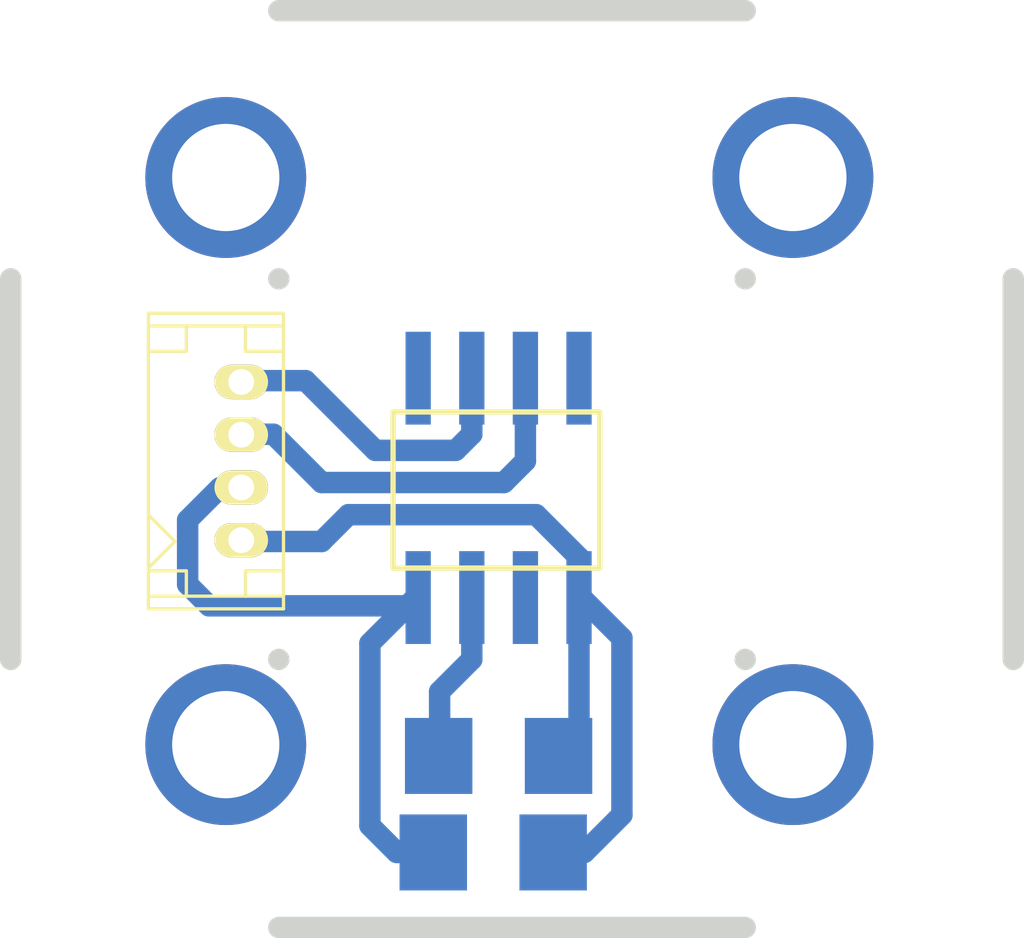
<source format=kicad_pcb>
(kicad_pcb (version 4) (host json2kicad_pcb "2020-09-23 13:36:35")

  (general
    (links 0)
    (no_connects 0)
    (area -90.043 -43.18 9.4996 9.4996)
    (thickness 1.6002)
    (drawings 0)
    (tracks 34)
    (zones 0)
    (modules 5)
    (nets 167)
  )

  (page A3)
  (title_block
    (date "30 dec 2015")
  )

  (layers
  (0 B.Cu signal)
  (1 Inner1.Cu signal)
  (2 Inner2.Cu signal)
  (15 F.Cu signal)
  (20 B.SilkS user)
  (21 F.SilkS user)
  (22 B.Paste user)
  (23 F.Paste user)
  (24 Dwgs.User user)
  (25 Cmts.User user)
  (26 Eco1.User user)
  (27 Eco2.User user)
  (28 Edge.Cuts user)
  (31 B.Cu signal)
  (32 B.Adhes user)
  (33 F.Adhes user)
  (34 B.Paste user)
  (35 F.Paste user)
  (36 B.SilkS user)
  (37 F.SilkS user)
  (38 B.Mask user)
  (39 F.Mask user)
  (40 Dwgs.User user)
  (41 Cmts.User user)
  (42 Eco1.User user)
  (43 Eco2.User user)
  (44 Edge.Cuts user)
  )

  (setup
(last_trace_width 0.254)
    (trace_clearance 0.254)
    (zone_clearance 0.508)
    (zone_45_only no)
    (trace_min 0.254)
    (segment_width 0.2)
    (edge_width 0.1)
    (via_size 1.19888)
    (via_drill 0.635)
    (via_min_size 0.889)
    (via_min_drill 0.508)
    (uvia_size 0.508)
    (uvia_drill 0.127)
    (uvias_allowed no)
    (uvia_min_size 0.508)
    (uvia_min_drill 0.127)
    (pcb_text_width 0.3)
    (pcb_text_size 1.5 1.5)
    (mod_edge_width 0.15)
    (mod_text_size 1 1)
    (mod_text_width 0.15)
    (pad_size 1.5 1.5)
    (pad_drill 0.6)
    (pad_to_mask_clearance 0)
    (aux_axis_origin 0 0)
    (visible_elements 7FFFFFFF)
    (pcbplotparams
      (layerselection 0x00030_80000001)
      (usegerberextensions true)
      (excludeedgelayer true)
      (linewidth 0.150000)
      (plotframeref false)
      (viasonmask false)
      (mode 1)
      (useauxorigin false)
      (hpglpennumber 1)
      (hpglpenspeed 20)
      (hpglpendiameter 15)
      (hpglpenoverlay 2)
      (psnegative false)
      (psa4output false)
      (plotreference true)
      (plotvalue true)
      (plotinvisibletext false)
      (padsonsilk false)
      (subtractmaskfromsilk false)
      (outputformat 1)
      (mirror false)
      (drillshape 1)
      (scaleselection 1)
      (outputdirectory ""))
  )

  (net 0 "")
  (net 1 "N-00001")
  (net 2 "N-00002")
  (net 3 "N-00003")
  (net 4 "N-00004")
  (net 5 "N-00005")
  (net 6 "N-00006")
  (net 7 "N-00007")
  (net 8 "N-00008")
  (net 9 "N-00009")
  (net 10 "N-00010")
  (net 11 "N-00011")
  (net 12 "N-00012")
  (net 13 "N-00013")
  (net 14 "N-00014")
  (net 15 "N-00015")
  (net 16 "N-00016")
  (net 17 "N-00017")
  (net 18 "N-00018")
  (net 19 "N-00019")
  (net 20 "N-00020")
  (net 21 "N-00021")
  (net 22 "N-00022")
  (net 23 "N-00023")
  (net 24 "N-00024")
  (net 25 "N-00025")
  (net 26 "N-00026")
  (net 27 "N-00027")
  (net 28 "N-00028")
  (net 29 "N-00029")
  (net 30 "N-00030")
  (net 31 "N-00031")
  (net 32 "N-00032")
  (net 33 "N-00033")
  (net 34 "N-00034")
  (net 35 "N-00035")
  (net 36 "N-00036")
  (net 37 "N-00037")
  (net 38 "N-00038")
  (net 39 "N-00039")
  (net 40 "N-00040")
  (net 41 "N-00041")
  (net 42 "N-00042")
  (net 43 "N-00043")
  (net 44 "N-00044")
  (net 45 "N-00045")
  (net 46 "N-00046")
  (net 47 "N-00047")
  (net 48 "N-00048")
  (net 49 "N-00049")
  (net 50 "N-00050")
  (net 51 "N-00051")
  (net 52 "N-00052")
  (net 82 "N-00082")
  (net 80 "N-00080")
  (net 55 "N-00055")
  (net 56 "N-00056")
  (net 57 "N-00057")
  (net 58 "N-00058")
  (net 59 "N-00059")
  (net 60 "N-00060")
  (net 61 "N-00061")
  (net 62 "N-00062")
  (net 63 "N-00063")
  (net 64 "N-00064")
  (net 65 "N-00065")
  (net 66 "N-00066")
  (net 67 "N-00067")
  (net 68 "N-00068")
  (net 81 "N-00081")
  (net 70 "N-00070")
  (net 71 "N-00071")
  (net 72 "N-00072")
  (net 73 "N-00073")
  (net 74 "N-00074")
  (net 75 "N-00075")
  (net 76 "N-00076")
  (net 77 "N-00077")
  (net 78 "N-00078")
  (net 79 "N-00079")
  (net 83 "N-00083")
  (net 84 "N-00084")
  (net 85 "N-00085")
  (net 86 "N-00086")
  (net 87 "N-00087")
  (net 88 "N-00088")
  (net 89 "N-00089")
  (net 90 "N-00090")
  (net 91 "N-00091")
  (net 92 "N-00092")
  (net 93 "N-00093")
  (net 94 "N-00094")
  (net 95 "N-00095")
  (net 96 "N-00096")
  (net 97 "N-00097")
  (net 98 "N-00098")
  (net 99 "N-00099")
  (net 100 "N-00100")
  (net 101 "N-00101")
  (net 102 "N-00102")
  (net 103 "N-00103")
  (net 104 "N-00104")
  (net 105 "N-00105")
  (net 106 "N-00106")
  (net 107 "N-00107")
  (net 108 "N-00108")
  (net 109 "N-00109")
  (net 110 "N-00110")
  (net 111 "N-00111")
  (net 112 "N-00112")
  (net 113 "N-00113")
  (net 114 "N-00114")
  (net 115 "N-00115")
  (net 116 "N-00116")
  (net 117 "N-00117")
  (net 118 "N-00118")
  (net 119 "N-00119")
  (net 120 "N-00120")
  (net 121 "N-00121")
  (net 122 "N-00122")
  (net 123 "N-00123")
  (net 124 "N-00124")
  (net 125 "N-00125")
  (net 126 "N-00126")
  (net 127 "N-00127")
  (net 128 "N-00128")
  (net 129 "N-00129")
  (net 130 "N-00130")
  (net 131 "N-00131")
  (net 132 "N-00132")
  (net 133 "N-00133")
  (net 134 "N-00134")
  (net 135 "N-00135")
  (net 136 "N-00136")
  (net 137 "N-00137")
  (net 138 "N-00138")
  (net 139 "N-00139")
  (net 140 "N-00140")
  (net 141 "N-00141")
  (net 142 "N-00142")
  (net 143 "N-00143")
  (net 144 "N-00144")
  (net 145 "N-00145")
  (net 146 "N-00146")
  (net 147 "N-00147")
  (net 148 "N-00148")
  (net 149 "N-00149")
  (net 150 "N-00150")
  (net 151 "N-00151")
  (net 152 "N-00152")
  (net 153 "N-00153")
  (net 154 "N-00154")
  (net 155 "N-00155")
  (net 156 "N-00156")
  (net 159 "N-00159")
  (net 160 "N-00160")
  (net 161 "N-00161")
  (net 162 "N-00162")
  (net 163 "N-00163")
  (net 164 "N-00164")
  (net 165 "N-00165")
  (net 166 "N-00166")
  (net 167 "N-00167")
  (net 168 "N-00168")
  (net 169 "N-00169")
  (net 170 "N-00170")
  (net 171 "N-00171")

  (net_class Default "This is the default net class."
    (via_dia 1.19888)
    (via_drill 0.635)
    (uvia_drill 0.127)
    (trace_width 0.254)
    (uvia_dia 0.508)
    (clearance 0.254)
    (add_net "")
    (add_net "N-00001")
    (add_net "N-00002")
    (add_net "N-00003")
    (add_net "N-00004")
    (add_net "N-00005")
    (add_net "N-00006")
    (add_net "N-00007")
    (add_net "N-00008")
    (add_net "N-00009")
    (add_net "N-00010")
    (add_net "N-00011")
    (add_net "N-00012")
    (add_net "N-00013")
    (add_net "N-00014")
    (add_net "N-00015")
    (add_net "N-00016")
    (add_net "N-00017")
    (add_net "N-00018")
    (add_net "N-00019")
    (add_net "N-00020")
    (add_net "N-00021")
    (add_net "N-00022")
    (add_net "N-00023")
    (add_net "N-00024")
    (add_net "N-00025")
    (add_net "N-00026")
    (add_net "N-00027")
    (add_net "N-00028")
    (add_net "N-00029")
    (add_net "N-00030")
    (add_net "N-00031")
    (add_net "N-00024")
    (add_net "N-00025")
    (add_net "N-00026")
    (add_net "N-00027")
    (add_net "N-00020")
    (add_net "N-00021")
    (add_net "N-00022")
    (add_net "N-00023")
    (add_net "N-00040")
    (add_net "N-00041")
    (add_net "N-00042")
    (add_net "N-00043")
    (add_net "N-00028")
    (add_net "N-00029")
    (add_net "N-00046")
    (add_net "N-00047")
    (add_net "N-00048")
    (add_net "")
    (add_net "N-00050")
    (add_net "N-00051")
    (add_net "N-00052")
    (add_net "N-00004")
    (add_net "N-00055")
    (add_net "N-00056")
    (add_net "N-00008")
    (add_net "N-00058")
    (add_net "N-00059")
    (add_net "N-00060")
    (add_net "N-00061")
    (add_net "N-00062")
    (add_net "N-00063")
    (add_net "N-00064")
    (add_net "N-00065")
    (add_net "N-00066")
    (add_net "N-00067")
    (add_net "N-00068")
    (add_net "N-00070")
    (add_net "N-00071")
    (add_net "N-00072")
    (add_net "N-00073")
    (add_net "N-00074")
    (add_net "N-00075")
    (add_net "N-00076")
    (add_net "N-00077")
    (add_net "N-00078")
    (add_net "N-00079")
    (add_net "N-00080")
    (add_net "N-00081")
    (add_net "N-00082")
    (add_net "N-00083")
    (add_net "N-00084")
    (add_net "N-00085")
    (add_net "N-00086")
    (add_net "N-00087")
    (add_net "N-00088")
    (add_net "N-00089")
    (add_net "N-00090")
    (add_net "N-00091")
    (add_net "N-00092")
    (add_net "N-00093")
    (add_net "N-00094")
    (add_net "N-00095")
    (add_net "N-00096")
    (add_net "N-00097")
    (add_net "N-00098")
    (add_net "N-00099")
    (add_net "N-00059")
    (add_net "N-00058")
    (add_net "N-00102")
    (add_net "N-00103")
    (add_net "N-00055")
    (add_net "N-00105")
    (add_net "N-00057")
    (add_net "N-00056")
    (add_net "N-00051")
    (add_net "N-00050")
    (add_net "N-00110")
    (add_net "N-00052")
    (add_net "N-00112")
    (add_net "N-00104")
    (add_net "N-00114")
    (add_net "N-00115")
    (add_net "N-00116")
    (add_net "N-00117")
    (add_net "N-00118")
    (add_net "N-00119")
    (add_net "N-00120")
    (add_net "N-00121")
    (add_net "N-00122")
    (add_net "N-00123")
    (add_net "N-00124")
    (add_net "N-00106")
    (add_net "N-00126")
    (add_net "N-00127")
    (add_net "N-00128")
    (add_net "N-00129")
    (add_net "N-00130")
    (add_net "N-00107")
    (add_net "N-00132")
    (add_net "N-00133")
    (add_net "N-00134")
    (add_net "N-00135")
    (add_net "N-00136")
    (add_net "N-00108")
    (add_net "N-00138")
    (add_net "N-00134")
    (add_net "N-00140")
    (add_net "N-00141")
    (add_net "N-00142")
    (add_net "N-00109")
    (add_net "N-00115")
    (add_net "N-00114")
    (add_net "N-00088")
    (add_net "N-00089")
    (add_net "N-00111")
    (add_net "N-00110")
    (add_net "N-00113")
    (add_net "N-00112")
    (add_net "N-00082")
    (add_net "N-00039")
    (add_net "N-00080")
    (add_net "N-00081")
    (add_net "N-00086")
    (add_net "N-00087")
    (add_net "N-00084")
    (add_net "N-00085")
    (add_net "N-00160")
    (add_net "N-00161")
    (add_net "N-00162")
    (add_net "N-00138")
    (add_net "N-00164")
    (add_net "N-00165")
    (add_net "N-00166")
    (add_net "N-00113")
    (add_net "N-00168")
    (add_net "N-00169")
    (add_net "N-00130")
    (add_net "N-00171")
    (add_net "N-00125")
    (add_net "N-00003")
    (add_net "N-00129")
    (add_net "N-00007")
    (add_net "N-00170")
    (add_net "N-00166")
    (add_net "N-00032")
    (add_net "N-00167")
    (add_net "N-00137")
    (add_net "N-00033")
    (add_net "N-00128")
    (add_net "N-00119")
    (add_net "N-00143")
    (add_net "N-00034")
    (add_net "N-00108")
    (add_net "N-00035")
    (add_net "N-00102")
    (add_net "N-00036")
    (add_net "N-00100")
    (add_net "N-00101")
    (add_net "N-00106")
    (add_net "N-00107")
    (add_net "N-00104")
    (add_net "N-00037")
    (add_net "N-00144")
    (add_net "N-00039")
    (add_net "N-00038")
    (add_net "N-00038")
    (add_net "N-00033")
    (add_net "N-00032")
    (add_net "N-00031")
    (add_net "N-00030")
    (add_net "N-00037")
    (add_net "N-00036")
    (add_net "N-00035")
    (add_net "N-00034")
    (add_net "N-00147")
    (add_net "N-00109")
    (add_net "N-00131")
    (add_net "N-00162")
    (add_net "N-00160")
    (add_net "N-00161")
    (add_net "N-00132")
    (add_net "N-00145")
    (add_net "N-00044")
    (add_net "N-00111")
    (add_net "N-00045")
    (add_net "N-00060")
    (add_net "N-00061")
    (add_net "N-00062")
    (add_net "N-00063")
    (add_net "N-00064")
    (add_net "N-00065")
    (add_net "N-00066")
    (add_net "N-00067")
    (add_net "N-00068")
    (add_net "N-00101")
    (add_net "N-00171")
    (add_net "N-00154")
    (add_net "N-00163")
    (add_net "N-00146")
    (add_net "N-00049")
    (add_net "N-00139")
    (add_net "N-00002")
    (add_net "N-00137")
    (add_net "N-00006")
    (add_net "N-00105")
    (add_net "N-00139")
    (add_net "N-00147")
    (add_net "N-00099")
    (add_net "N-00098")
    (add_net "N-00163")
    (add_net "N-00168")
    (add_net "N-00169")
    (add_net "N-00057")
    (add_net "N-00091")
    (add_net "N-00090")
    (add_net "N-00093")
    (add_net "N-00092")
    (add_net "N-00095")
    (add_net "N-00094")
    (add_net "N-00097")
    (add_net "N-00096")
    (add_net "N-00011")
    (add_net "N-00010")
    (add_net "N-00013")
    (add_net "N-00012")
    (add_net "N-00015")
    (add_net "N-00014")
    (add_net "N-00017")
    (add_net "N-00016")
    (add_net "N-00019")
    (add_net "N-00018")
    (add_net "N-00118")
    (add_net "N-00117")
    (add_net "N-00164")
    (add_net "N-00116")
    (add_net "N-00148")
    (add_net "N-00103")
    (add_net "N-00149")
    (add_net "N-00151")
    (add_net "N-00150")
    (add_net "N-00153")
    (add_net "N-00152")
    (add_net "N-00155")
    (add_net "N-00150")
    (add_net "N-00156")
    (add_net "N-00159")
    (add_net "N-00151")
    (add_net "N-00152")
    (add_net "N-00083")
    (add_net "N-00156")
    (add_net "N-00154")
    (add_net "N-00155")
    (add_net "N-00048")
    (add_net "N-00049")
    (add_net "N-00046")
    (add_net "N-00047")
    (add_net "N-00044")
    (add_net "N-00045")
    (add_net "N-00042")
    (add_net "N-00043")
    (add_net "N-00040")
    (add_net "N-00041")
    (add_net "N-00001")
    (add_net "N-00005")
    (add_net "N-00133")
    (add_net "N-00009")
    (add_net "N-00159")
    (add_net "N-00136")
    (add_net "N-00127")
    (add_net "N-00146")
    (add_net "N-00100")
    (add_net "N-00144")
    (add_net "N-00145")
    (add_net "N-00142")
    (add_net "N-00143")
    (add_net "N-00140")
    (add_net "N-00141")
    (add_net "N-00148")
    (add_net "N-00149")
    (add_net "N-00077")
    (add_net "N-00076")
    (add_net "N-00075")
    (add_net "N-00074")
    (add_net "N-00073")
    (add_net "N-00072")
    (add_net "N-00071")
    (add_net "N-00070")
    (add_net "N-00165")
    (add_net "N-00079")
    (add_net "N-00078")
    (add_net "N-00120")
    (add_net "N-00121")
    (add_net "N-00167")
    (add_net "N-00122")
    (add_net "N-00135")
    (add_net "N-00131")
    (add_net "N-00123")
    (add_net "N-00153")
    (add_net "N-00124")
    (add_net "N-00126")
    (add_net "N-00170")
    (add_net "N-00125")
  )
  (gr_line (start -83.693 -27.813) (end -83.693 -27.813) (angle -90.00) (width 0.508) (layer Edge.Cuts))
  (gr_line (start -72.644 -27.813) (end -72.644 -27.813) (angle -90.00) (width 0.508) (layer Edge.Cuts))
  (gr_line (start -72.644 -36.83) (end -72.644 -36.83) (angle -90.00) (width 0.508) (layer Edge.Cuts))
  (gr_line (start -83.693 -36.83) (end -83.693 -36.83) (angle -90.00) (width 0.508) (layer Edge.Cuts))
  (gr_line (start -66.294 -36.83) (end -66.294 -27.813) (angle 51566.20) (width 0.508) (layer Edge.Cuts))
  (gr_line (start -90.043 -36.83) (end -90.043 -27.813) (angle 51566.20) (width 0.508) (layer Edge.Cuts))
  (gr_line (start -83.693 -21.463) (end -72.644 -21.463) (angle 51566.20) (width 0.508) (layer Edge.Cuts))
  (gr_line (start -83.693 -43.18) (end -72.644 -43.18) (angle 51566.20) (width 0.508) (layer Edge.Cuts))
  (module "SOIC-8"
    (layer "F.Cu")
    (tedit 0)
    (tstamp 0)
    (at -78.486 -31.877 0.00)
    (fp_text reference "enc"
      (at -1.905 0.0 0.00)
      (layer Eco1.User)
      (effects (font (size 1.27 0.0)
        (thickness 0.0)))
    )
    (fp_text value "as5600"
      (at -1.905 0.0 0.00)
      (layer Eco1.User)
      (effects (font (size 1.27 0.0)
        (thickness 0.0)))
    )
    (fp_line (start 2.39776 -1.89992) (end 2.39776 1.39954) (layer Cmts.User) (width 0.2032))
    (fp_line (start 2.39776 1.39954) (end 2.39776 1.89992) (layer Cmts.User) (width 0.2032))
    (fp_line (start 2.39776 1.89992) (end -2.39776 1.89992) (layer Cmts.User) (width 0.2032))
    (fp_line (start -2.39776 1.89992) (end -2.39776 1.39954) (layer Cmts.User) (width 0.2032))
    (fp_line (start -2.39776 1.39954) (end -2.39776 -1.89992) (layer Cmts.User) (width 0.2032))
    (fp_line (start -2.39776 -1.89992) (end 2.39776 -1.89992) (layer Cmts.User) (width 0.2032))
    (fp_line (start 2.39776 1.39954) (end -2.39776 1.39954) (layer Cmts.User) (width 0.2032))
    (fp_line (start -2.49936 -1.79832) (end 2.39776 -1.79832) (layer F.SilkS) (width 0.127))
    (fp_line (start 2.39776 -1.79832) (end 2.39776 1.89992) (layer F.SilkS) (width 0.127))
    (fp_line (start 2.39776 1.89992) (end -2.49936 1.89992) (layer F.SilkS) (width 0.127))
    (fp_line (start -2.49936 1.89992) (end -2.49936 -1.79832) (layer F.SilkS) (width 0.127))
    (fp_line (start -2.14884 3.0988) (end -1.65862 3.0988) (layer Cmts.User) (width 0.127))
    (fp_line (start -1.65862 3.0988) (end -1.65862 1.99898) (layer Cmts.User) (width 0.127))
    (fp_line (start -1.65862 1.99898) (end -2.14884 1.99898) (layer Cmts.User) (width 0.127))
    (fp_line (start -2.14884 1.99898) (end -2.14884 3.0988) (layer Cmts.User) (width 0.127))
    (fp_line (start -0.87884 3.0988) (end -0.38862 3.0988) (layer Cmts.User) (width 0.127))
    (fp_line (start -0.38862 3.0988) (end -0.38862 1.99898) (layer Cmts.User) (width 0.127))
    (fp_line (start -0.38862 1.99898) (end -0.87884 1.99898) (layer Cmts.User) (width 0.127))
    (fp_line (start -0.87884 1.99898) (end -0.87884 3.0988) (layer Cmts.User) (width 0.127))
    (fp_line (start 0.38862 3.0988) (end 0.87884 3.0988) (layer Cmts.User) (width 0.127))
    (fp_line (start 0.87884 3.0988) (end 0.87884 1.99898) (layer Cmts.User) (width 0.127))
    (fp_line (start 0.87884 1.99898) (end 0.38862 1.99898) (layer Cmts.User) (width 0.127))
    (fp_line (start 0.38862 1.99898) (end 0.38862 3.0988) (layer Cmts.User) (width 0.127))
    (fp_line (start 1.65862 3.0988) (end 2.14884 3.0988) (layer Cmts.User) (width 0.127))
    (fp_line (start 2.14884 3.0988) (end 2.14884 1.99898) (layer Cmts.User) (width 0.127))
    (fp_line (start 2.14884 1.99898) (end 1.65862 1.99898) (layer Cmts.User) (width 0.127))
    (fp_line (start 1.65862 1.99898) (end 1.65862 3.0988) (layer Cmts.User) (width 0.127))
    (fp_line (start 1.65862 -1.99898) (end 2.14884 -1.99898) (layer Cmts.User) (width 0.127))
    (fp_line (start 2.14884 -1.99898) (end 2.14884 -3.0988) (layer Cmts.User) (width 0.127))
    (fp_line (start 2.14884 -3.0988) (end 1.65862 -3.0988) (layer Cmts.User) (width 0.127))
    (fp_line (start 1.65862 -3.0988) (end 1.65862 -1.99898) (layer Cmts.User) (width 0.127))
    (fp_line (start 0.38862 -1.99898) (end 0.87884 -1.99898) (layer Cmts.User) (width 0.127))
    (fp_line (start 0.87884 -1.99898) (end 0.87884 -3.0988) (layer Cmts.User) (width 0.127))
    (fp_line (start 0.87884 -3.0988) (end 0.38862 -3.0988) (layer Cmts.User) (width 0.127))
    (fp_line (start 0.38862 -3.0988) (end 0.38862 -1.99898) (layer Cmts.User) (width 0.127))
    (fp_line (start -0.87884 -1.99898) (end -0.38862 -1.99898) (layer Cmts.User) (width 0.127))
    (fp_line (start -0.38862 -1.99898) (end -0.38862 -3.0988) (layer Cmts.User) (width 0.127))
    (fp_line (start -0.38862 -3.0988) (end -0.87884 -3.0988) (layer Cmts.User) (width 0.127))
    (fp_line (start -0.87884 -3.0988) (end -0.87884 -1.99898) (layer Cmts.User) (width 0.127))
    (fp_line (start -2.14884 -1.99898) (end -1.65862 -1.99898) (layer Cmts.User) (width 0.127))
    (fp_line (start -1.65862 -1.99898) (end -1.65862 -3.0988) (layer Cmts.User) (width 0.127))
    (fp_line (start -1.65862 -3.0988) (end -2.14884 -3.0988) (layer Cmts.User) (width 0.127))
    (fp_line (start -2.14884 -3.0988) (end -2.14884 -1.99898) (layer Cmts.User) (width 0.127))
    (pad 2 smd rect (at -0.635 2.59842 0.00) (size 0.59944 2.19964) (drill 0.0) (layers "F.Cu" "F.Paste") (net 149 N-00149))
    (pad 7 smd rect (at -0.635 -2.59842 0.00) (size 0.59944 2.19964) (drill 0.0) (layers "F.Cu" "F.Paste") (net 150 N-00150))
    (pad 1 smd rect (at -1.905 2.59842 0.00) (size 0.59944 2.19964) (drill 0.0) (layers "F.Cu" "F.Paste") (net 151 N-00151))
    (pad 3 smd rect (at 0.635 2.59842 0.00) (size 0.59944 2.19964) (drill 0.0) (layers "F.Cu" "F.Paste") (net 152 N-00152))
    (pad 4 smd rect (at 1.905 2.59842 0.00) (size 0.59944 2.19964) (drill 0.0) (layers "F.Cu" "F.Paste") (net 153 N-00153))
    (pad 8 smd rect (at -1.905 -2.59842 0.00) (size 0.59944 2.19964) (drill 0.0) (layers "F.Cu" "F.Paste") (net 154 N-00154))
    (pad 6 smd rect (at 0.635 -2.59842 0.00) (size 0.59944 2.19964) (drill 0.0) (layers "F.Cu" "F.Paste") (net 155 N-00155))
    (pad 5 smd rect (at 1.905 -2.59842 0.00) (size 0.59944 2.19964) (drill 0.0) (layers "F.Cu" "F.Paste") (net 156 N-00156))
  )

  (segment (start -81.534 -28.194) (end -80.391 -29.337) (width 0.508) (layer F.Cu) (net 151))
  (module "C1206"
    (layer "F.Cu")
    (tedit 0)
    (tstamp 0)
    (at -78.613 -23.241 0.00)
    (fp_text reference "C0"
      (at -0.635 0.0 0.00)
      (layer Eco1.User)
      (effects (font (size 1.27 0.0)
        (thickness 0.0)))
    )
    (fp_text value "100nF"
      (at 3.175 0.0 0.00)
      (layer Eco1.User)
      (effects (font (size 1.27 0.0)
        (thickness 0.0)))
    )
    (fp_line (start 0.9525 0.8128) (end -0.9652 0.8128) (layer Cmts.User) (width 0.1524))
    (fp_line (start 0.9525 -0.8128) (end -0.9652 -0.8128) (layer Cmts.User) (width 0.1524))
    (fp_line (start -1.6891 0.8763) (end -0.9525 0.8763) (layer Cmts.User) (width 0.127))
    (fp_line (start -0.9525 0.8763) (end -0.9525 -0.8763) (layer Cmts.User) (width 0.127))
    (fp_line (start -0.9525 -0.8763) (end -1.6891 -0.8763) (layer Cmts.User) (width 0.127))
    (fp_line (start -1.6891 -0.8763) (end -1.6891 0.8763) (layer Cmts.User) (width 0.127))
    (fp_line (start 0.9525 0.8763) (end 1.6891 0.8763) (layer Cmts.User) (width 0.127))
    (fp_line (start 1.6891 0.8763) (end 1.6891 -0.8763) (layer Cmts.User) (width 0.127))
    (fp_line (start 1.6891 -0.8763) (end 0.9525 -0.8763) (layer Cmts.User) (width 0.127))
    (fp_line (start 0.9525 -0.8763) (end 0.9525 0.8763) (layer Cmts.User) (width 0.127))
    (pad 2 smd rect (at 1.41986 0.0 0.00) (size 1.59766 1.80086) (drill 0.0) (layers "F.Cu" "F.Paste") (net 153 N-00153))
    (pad 1 smd rect (at -1.41986 0.0 0.00) (size 1.59766 1.80086) (drill 0.0) (layers "F.Cu" "F.Paste") (net 151 N-00151))
  )

  (segment (start -81.407 -32.766) (end -83.058 -34.417) (width 0.508) (layer F.Cu) (net 150))
  (segment (start -83.058 -34.417) (end -84.582 -34.417) (width 0.508) (layer F.Cu) (net 150))
  (segment (start -79.121 -33.147) (end -79.502 -32.766) (width 0.508) (layer F.Cu) (net 150))
  (segment (start -79.121 -34.417) (end -79.121 -33.147) (width 0.508) (layer F.Cu) (net 150))
  (segment (start -79.502 -32.766) (end -81.407 -32.766) (width 0.508) (layer F.Cu) (net 150))
  (module "MOLEX_53047-0410_4PIN_VERT"
    (layer "F.Cu")
    (tedit 0)
    (tstamp 0)
    (at -84.582 -32.512 90.00)
    (fp_text reference "CONN"
      (at -1.39954 0.0 0.00)
      (layer F.SilkS)
      (effects (font (size 0.889 0.0)
        (thickness 0.0)))
    )
    (fp_text value "VGCD"
      (at 1.80086 0.0 0.00)
      (layer F.SilkS)
      (effects (font (size 0.889 0.0)
        (thickness 0.0)))
    )
    (fp_line (start -3.2004 0.09906) (end -2.60096 0.09906) (layer F.SilkS) (width 0.07874))
    (fp_line (start -2.60096 0.09906) (end -2.60096 1.00076) (layer F.SilkS) (width 0.07874))
    (fp_line (start -3.2004 -1.30048) (end -2.60096 -1.30048) (layer F.SilkS) (width 0.07874))
    (fp_line (start -2.60096 -1.30048) (end -2.60096 -2.19964) (layer F.SilkS) (width 0.07874))
    (fp_line (start 2.60096 -1.30048) (end 2.60096 -2.19964) (layer F.SilkS) (width 0.07874))
    (fp_line (start 3.2004 -1.30048) (end 2.60096 -1.30048) (layer F.SilkS) (width 0.07874))
    (fp_line (start 3.2004 0.09906) (end 2.60096 0.09906) (layer F.SilkS) (width 0.07874))
    (fp_line (start 2.60096 0.09906) (end 2.60096 1.00076) (layer F.SilkS) (width 0.07874))
    (fp_line (start 2.60096 1.00076) (end 3.50012 1.00076) (layer F.SilkS) (width 0.07874))
    (fp_line (start 2.60096 -2.19964) (end 3.50012 -2.19964) (layer F.SilkS) (width 0.07874))
    (fp_line (start -2.60096 -2.19964) (end -3.50012 -2.19964) (layer F.SilkS) (width 0.07874))
    (fp_line (start -2.60096 1.00076) (end -3.50012 1.00076) (layer F.SilkS) (width 0.07874))
    (fp_line (start -3.2004 -2.19964) (end -3.2004 1.00076) (layer F.SilkS) (width 0.07874))
    (fp_line (start 3.2004 -2.19964) (end 3.2004 1.00076) (layer F.SilkS) (width 0.07874))
    (fp_line (start 3.50012 -2.19964) (end 3.50012 1.00076) (layer F.SilkS) (width 0.07874))
    (fp_line (start -3.50012 -2.19964) (end -3.50012 1.00076) (layer F.SilkS) (width 0.07874))
    (fp_line (start 2.60096 -2.19964) (end -2.60096 -2.19964) (layer F.SilkS) (width 0.07874))
    (fp_line (start -2.60096 1.00076) (end 2.60096 1.00076) (layer F.SilkS) (width 0.07874))
    (fp_line (start -2.54 -2.20472) (end -1.905 -1.56972) (layer F.SilkS) (width 0.07874))
    (fp_line (start -1.905 -1.56972) (end -1.27 -2.20472) (layer F.SilkS) (width 0.07874))
    (pad 1 thru_hole oval (at -1.87452 0.0 90.00) (size 0.8128 1.27) (drill 0.6096) (layers "B.Cu" "Inner1.Cu" "Inner2.Cu" "F.Cu" "F.SilkS" "B.Paste" "F.Paste") (net 153 N-00153))
    (pad 2 thru_hole oval (at -0.62484 0.0 90.00) (size 0.8128 1.27) (drill 0.6096) (layers "B.Cu" "Inner1.Cu" "Inner2.Cu" "F.Cu" "F.SilkS" "B.Paste" "F.Paste") (net 151 N-00151))
    (pad 3 thru_hole oval (at 0.62484 0.0 90.00) (size 0.8128 1.27) (drill 0.6096) (layers "B.Cu" "Inner1.Cu" "Inner2.Cu" "F.Cu" "F.SilkS" "B.Paste" "F.Paste") (net 155 N-00155))
    (pad 4 thru_hole oval (at 1.87452 0.0 90.00) (size 0.8128 1.27) (drill 0.6096) (layers "B.Cu" "Inner1.Cu" "Inner2.Cu" "F.Cu" "F.SilkS" "B.Paste" "F.Paste") (net 150 N-00150))
  )

  (segment (start -84.582 -30.607) (end -82.677 -30.607) (width 0.508) (layer F.Cu) (net 153))
  (segment (start -82.677 -30.607) (end -82.042 -31.242) (width 0.508) (layer F.Cu) (net 153))
  (segment (start -82.042 -31.242) (end -77.597 -31.242) (width 0.508) (layer F.Cu) (net 153))
  (segment (start -77.597 -31.242) (end -76.581 -30.226) (width 0.508) (layer F.Cu) (net 153))
  (segment (start -76.581 -30.226) (end -76.581 -29.337) (width 0.508) (layer F.Cu) (net 153))
  (segment (start -84.582 -31.877) (end -85.09 -31.877) (width 0.508) (layer F.Cu) (net 151))
  (segment (start -85.09 -31.877) (end -85.852 -31.115) (width 0.508) (layer F.Cu) (net 151))
  (segment (start -85.852 -31.115) (end -85.852 -29.591) (width 0.508) (layer F.Cu) (net 151))
  (segment (start -85.852 -29.591) (end -85.344 -29.083) (width 0.508) (layer F.Cu) (net 151))
  (segment (start -85.344 -29.083) (end -80.645 -29.083) (width 0.508) (layer F.Cu) (net 151))
  (segment (start -80.645 -29.083) (end -80.391 -29.337) (width 0.508) (layer F.Cu) (net 151))
  (segment (start -84.582 -33.147) (end -83.82 -33.147) (width 0.508) (layer F.Cu) (net 155))
  (segment (start -83.82 -33.147) (end -82.677 -32.004) (width 0.508) (layer F.Cu) (net 155))
  (segment (start -82.677 -32.004) (end -78.359 -32.004) (width 0.508) (layer F.Cu) (net 155))
  (segment (start -78.359 -32.004) (end -77.851 -32.512) (width 0.508) (layer F.Cu) (net 155))
  (segment (start -77.851 -32.512) (end -77.851 -34.417) (width 0.508) (layer F.Cu) (net 155))
  (module "C1206"
    (layer "F.Cu")
    (tedit 0)
    (tstamp 0)
    (at -78.486 -25.527 0.00)
    (fp_text reference "C1"
      (at -0.635 0.0 0.00)
      (layer Eco1.User)
      (effects (font (size 1.27 0.0)
        (thickness 0.0)))
    )
    (fp_text value "1uF"
      (at 3.175 0.0 0.00)
      (layer Eco1.User)
      (effects (font (size 1.27 0.0)
        (thickness 0.0)))
    )
    (fp_line (start 0.9525 0.8128) (end -0.9652 0.8128) (layer Cmts.User) (width 0.1524))
    (fp_line (start 0.9525 -0.8128) (end -0.9652 -0.8128) (layer Cmts.User) (width 0.1524))
    (fp_line (start -1.6891 0.8763) (end -0.9525 0.8763) (layer Cmts.User) (width 0.127))
    (fp_line (start -0.9525 0.8763) (end -0.9525 -0.8763) (layer Cmts.User) (width 0.127))
    (fp_line (start -0.9525 -0.8763) (end -1.6891 -0.8763) (layer Cmts.User) (width 0.127))
    (fp_line (start -1.6891 -0.8763) (end -1.6891 0.8763) (layer Cmts.User) (width 0.127))
    (fp_line (start 0.9525 0.8763) (end 1.6891 0.8763) (layer Cmts.User) (width 0.127))
    (fp_line (start 1.6891 0.8763) (end 1.6891 -0.8763) (layer Cmts.User) (width 0.127))
    (fp_line (start 1.6891 -0.8763) (end 0.9525 -0.8763) (layer Cmts.User) (width 0.127))
    (fp_line (start 0.9525 -0.8763) (end 0.9525 0.8763) (layer Cmts.User) (width 0.127))
    (pad 2 smd rect (at 1.41986 0.0 0.00) (size 1.59766 1.80086) (drill 0.0) (layers "F.Cu" "F.Paste") (net 153 N-00153))
    (pad 1 smd rect (at -1.41986 0.0 0.00) (size 1.59766 1.80086) (drill 0.0) (layers "F.Cu" "F.Paste") (net 149 N-00149))
  )

  (segment (start -79.121 -29.337) (end -79.121 -27.813) (width 0.508) (layer F.Cu) (net 149))
  (segment (start -79.121 -27.813) (end -79.883 -27.051) (width 0.508) (layer F.Cu) (net 149))
  (segment (start -79.883 -27.051) (end -79.883 -25.654) (width 0.508) (layer F.Cu) (net 149))
  (segment (start -76.581 -29.337) (end -76.581 -26.162) (width 0.508) (layer F.Cu) (net 153))
  (segment (start -76.581 -26.162) (end -77.089 -25.654) (width 0.508) (layer F.Cu) (net 153))
  (segment (start -77.089 -23.241) (end -76.454 -23.241) (width 0.508) (layer F.Cu) (net 153))
  (segment (start -76.454 -23.241) (end -75.565 -24.13) (width 0.508) (layer F.Cu) (net 153))
  (segment (start -75.565 -24.13) (end -75.565 -28.321) (width 0.508) (layer F.Cu) (net 153))
  (segment (start -75.565 -28.321) (end -76.581 -29.337) (width 0.508) (layer F.Cu) (net 153))
  (segment (start -79.883 -23.241) (end -80.899 -23.241) (width 0.508) (layer F.Cu) (net 151))
  (segment (start -80.899 -23.241) (end -81.534 -23.876) (width 0.508) (layer F.Cu) (net 151))
  (segment (start -81.534 -23.876) (end -81.534 -28.194) (width 0.508) (layer F.Cu) (net 151))
  (module "meow_gopro_bot_screw"
    (layer "F.Cu")
    (tedit 0)
    (tstamp 0)
    (at -78.232 -32.512 -135.00)
    (fp_text reference "x"
      (at 0.0 0.0 0.00)
      (layer F.SilkS)
      (effects (font (size 0.0 0.0)
        (thickness 0.0)))
    )
    (fp_text reference "screw"
      (at 0.0 0.0 0.00)
      (layer F.SilkS)
      (effects (font (size 0.0 0.0)
        (thickness 0.0)))
    )
    (pad S0 thru_hole oval (at 0.0 9.4996 -135.00) (size 3.81 3.81) (drill 2.54) (layers "B.Cu" "Inner1.Cu" "Inner2.Cu" "F.Cu" "B.Paste" "F.Paste") (net 129 N-00129))
    (pad S1 thru_hole oval (at 9.4996 0.0 -135.00) (size 3.81 3.81) (drill 2.54) (layers "B.Cu" "Inner1.Cu" "Inner2.Cu" "F.Cu" "B.Paste" "F.Paste") (net 130 N-00130))
    (pad S2 thru_hole oval (at 0.0 -9.4996 -135.00) (size 3.81 3.81) (drill 2.54) (layers "B.Cu" "Inner1.Cu" "Inner2.Cu" "F.Cu" "B.Paste" "F.Paste") (net 131 N-00131))
    (pad S3 thru_hole oval (at -9.4996 0.0 -135.00) (size 3.81 3.81) (drill 2.54) (layers "B.Cu" "Inner1.Cu" "Inner2.Cu" "F.Cu" "B.Paste" "F.Paste") (net 132 N-00132))
  )

)

</source>
